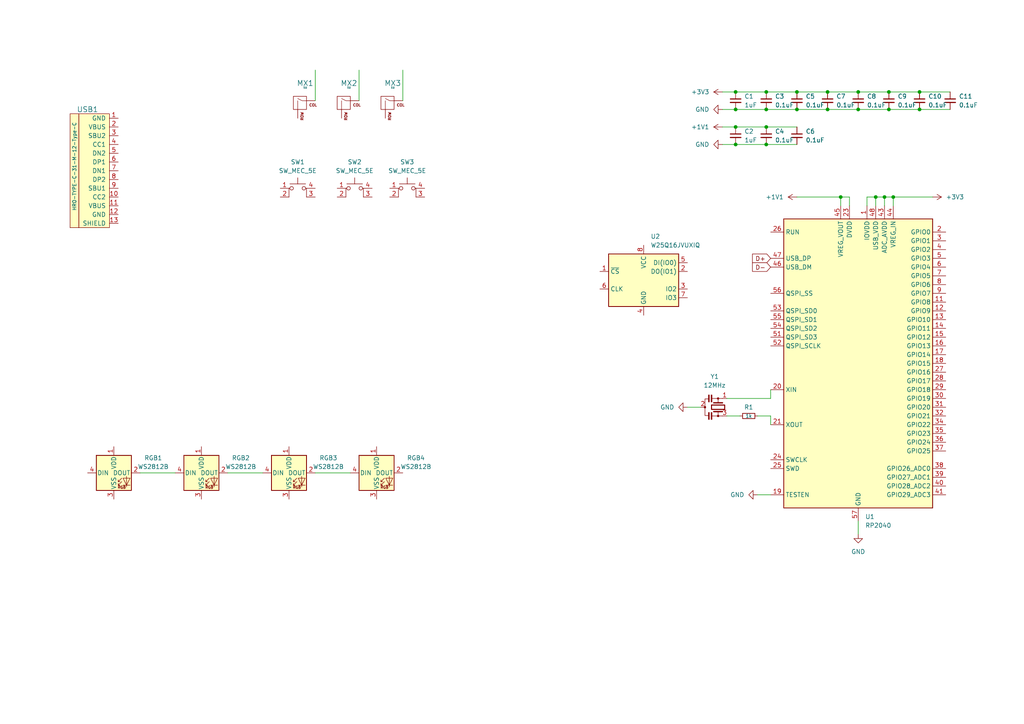
<source format=kicad_sch>
(kicad_sch (version 20211123) (generator eeschema)
  (paper "A4")
  (lib_symbols
    (symbol "Device:C_Small" (pin_numbers hide) (pin_names (offset 0.254) hide)
      (property "Reference" "C" (at 0.254 1.778 0))
      (property "Value" "C_Small" (at 0.254 -2.032 0))
      (symbol "C_Small_0_1"
        (polyline (pts (xy -1.524 -0.508) (xy 1.524 -0.508)) (stroke (width 0.3302)))
        (polyline (pts (xy -1.524 0.508) (xy 1.524 0.508)) (stroke (width 0.3048)))
      )
      (symbol "C_Small_1_1"
        (pin passive line (at 0 2.54 270) (length 2.032) (name "~") (number "1"))
        (pin passive line (at 0 -2.54 90) (length 2.032) (name "~") (number "2"))
      )
    )
    (symbol "Device:R_Small" (pin_numbers hide) (pin_names (offset 0.254) hide)
      (property "Reference" "R" (at 0.762 0.508 0))
      (property "Value" "R_Small" (at 0.762 -1.016 0))
      (symbol "R_Small_0_1"
        (rectangle (start -0.762 1.778) (end 0.762 -1.778) (stroke (width 0.2032)))
      )
      (symbol "R_Small_1_1"
        (pin passive line (at 0 2.54 270) (length 0.762) (name "~") (number "1"))
        (pin passive line (at 0 -2.54 90) (length 0.762) (name "~") (number "2"))
      )
    )
    (symbol "Device:Resonator_Small" (pin_names (offset 1.016) hide)
      (property "Reference" "Y" (at 3.175 1.905 0))
      (property "Value" "Resonator_Small" (at 3.175 0 0))
      (symbol "Resonator_Small_0_1"
        (rectangle (start -3.556 -2.54) (end -1.524 -2.794) (fill (type outline)))
        (rectangle (start -3.556 -1.778) (end -1.524 -2.032) (fill (type outline)))
        (circle (center -2.54 0) (radius 0.254) (fill (type outline)))
        (rectangle (start -0.635 1.905) (end 0.635 -1.905) (stroke (width 0.3048)))
        (circle (center 0 -3.81) (radius 0.254) (fill (type outline)))
        (polyline (pts (xy -2.54 -1.778) (xy -2.54 0)))
        (polyline (pts (xy -2.54 0) (xy -1.397 0)))
        (polyline (pts (xy -2.54 1.27) (xy -2.54 0)))
        (polyline (pts (xy -1.27 -1.27) (xy -1.27 1.27)) (stroke (width 0.381)))
        (polyline (pts (xy 1.27 -1.27) (xy 1.27 1.27)) (stroke (width 0.381)))
        (polyline (pts (xy 1.27 0) (xy 2.54 0)))
        (polyline (pts (xy 2.54 0) (xy 2.54 -1.778)))
        (polyline (pts (xy 2.54 1.27) (xy 2.54 0)))
        (polyline (pts (xy 2.413 -2.794) (xy 2.413 -3.81) (xy -2.413 -3.81) (xy -2.413 -2.667)))
        (rectangle (start 1.524 -2.54) (end 3.556 -2.794) (fill (type outline)))
        (rectangle (start 1.524 -1.778) (end 3.556 -2.032) (fill (type outline)))
        (circle (center 2.54 0) (radius 0.254) (fill (type outline)))
      )
      (symbol "Resonator_Small_1_1"
        (pin passive line (at -2.54 2.54 270) (length 1.27) (name "1") (number "1"))
        (pin passive line (at 0 -5.08 90) (length 1.27) (name "2") (number "2"))
        (pin passive line (at 2.54 2.54 270) (length 1.27) (name "3") (number "3"))
      )
    )
    (symbol "LED:WS2812B" (pin_names (offset 0.254))
      (property "Reference" "D" (at 5.08 5.715 0))
      (property "Value" "WS2812B" (at 1.27 -5.715 0))
      (symbol "WS2812B_0_0"
        (text "RGB" (at 2.286 -4.191 0) (effects (font (size 0.762 0.762))))
      )
      (symbol "WS2812B_0_1"
        (polyline (pts (xy 1.27 -3.556) (xy 1.778 -3.556)))
        (polyline (pts (xy 1.27 -2.54) (xy 1.778 -2.54)))
        (polyline (pts (xy 4.699 -3.556) (xy 2.667 -3.556)))
        (polyline (pts (xy 2.286 -2.54) (xy 1.27 -3.556) (xy 1.27 -3.048)))
        (polyline (pts (xy 2.286 -1.524) (xy 1.27 -2.54) (xy 1.27 -2.032)))
        (polyline (pts (xy 3.683 -1.016) (xy 3.683 -3.556) (xy 3.683 -4.064)))
        (polyline (pts (xy 4.699 -1.524) (xy 2.667 -1.524) (xy 3.683 -3.556) (xy 4.699 -1.524)))
        (rectangle (start 5.08 5.08) (end -5.08 -5.08) (stroke (width 0.254)) (fill (type background)))
      )
      (symbol "WS2812B_1_1"
        (pin power_in line (at 0 7.62 270) (length 2.54) (name "VDD") (number "1"))
        (pin output line (at 7.62 0 180) (length 2.54) (name "DOUT") (number "2"))
        (pin power_in line (at 0 -7.62 90) (length 2.54) (name "VSS") (number "3"))
        (pin input line (at -7.62 0 0) (length 2.54) (name "DIN") (number "4"))
      )
    )
    (symbol "MCU_RaspberryPi:RP2040"
      (property "Reference" "U" (at 17.78 45.72 0))
      (property "Value" "RP2040" (at 17.78 43.18 0))
      (symbol "RP2040_0_1"
        (rectangle (start -21.59 41.91) (end 21.59 -41.91) (stroke (width 0.254)) (fill (type background)))
      )
      (symbol "RP2040_1_1"
        (pin power_in line (at 2.54 45.72 270) (length 3.81) (name "IOVDD") (number "1"))
        (pin passive line (at 2.54 45.72 270) (length 3.81) hide (name "IOVDD") (number "10"))
        (pin bidirectional line (at 25.4 17.78 180) (length 3.81) (name "GPIO8") (number "11"))
        (pin bidirectional line (at 25.4 15.24 180) (length 3.81) (name "GPIO9") (number "12"))
        (pin bidirectional line (at 25.4 12.7 180) (length 3.81) (name "GPIO10") (number "13"))
        (pin bidirectional line (at 25.4 10.16 180) (length 3.81) (name "GPIO11") (number "14"))
        (pin bidirectional line (at 25.4 7.62 180) (length 3.81) (name "GPIO12") (number "15"))
        (pin bidirectional line (at 25.4 5.08 180) (length 3.81) (name "GPIO13") (number "16"))
        (pin bidirectional line (at 25.4 2.54 180) (length 3.81) (name "GPIO14") (number "17"))
        (pin bidirectional line (at 25.4 0 180) (length 3.81) (name "GPIO15") (number "18"))
        (pin input line (at -25.4 -38.1 0) (length 3.81) (name "TESTEN") (number "19"))
        (pin bidirectional line (at 25.4 38.1 180) (length 3.81) (name "GPIO0") (number "2"))
        (pin input line (at -25.4 -7.62 0) (length 3.81) (name "XIN") (number "20"))
        (pin passive line (at -25.4 -17.78 0) (length 3.81) (name "XOUT") (number "21"))
        (pin passive line (at 2.54 45.72 270) (length 3.81) hide (name "IOVDD") (number "22"))
        (pin power_in line (at -2.54 45.72 270) (length 3.81) (name "DVDD") (number "23"))
        (pin output line (at -25.4 -27.94 0) (length 3.81) (name "SWCLK") (number "24"))
        (pin bidirectional line (at -25.4 -30.48 0) (length 3.81) (name "SWD") (number "25"))
        (pin input line (at -25.4 38.1 0) (length 3.81) (name "RUN") (number "26"))
        (pin bidirectional line (at 25.4 -2.54 180) (length 3.81) (name "GPIO16") (number "27"))
        (pin bidirectional line (at 25.4 -5.08 180) (length 3.81) (name "GPIO17") (number "28"))
        (pin bidirectional line (at 25.4 -7.62 180) (length 3.81) (name "GPIO18") (number "29"))
        (pin bidirectional line (at 25.4 35.56 180) (length 3.81) (name "GPIO1") (number "3"))
        (pin bidirectional line (at 25.4 -10.16 180) (length 3.81) (name "GPIO19") (number "30"))
        (pin bidirectional line (at 25.4 -12.7 180) (length 3.81) (name "GPIO20") (number "31"))
        (pin bidirectional line (at 25.4 -15.24 180) (length 3.81) (name "GPIO21") (number "32"))
        (pin passive line (at 2.54 45.72 270) (length 3.81) hide (name "IOVDD") (number "33"))
        (pin bidirectional line (at 25.4 -17.78 180) (length 3.81) (name "GPIO22") (number "34"))
        (pin bidirectional line (at 25.4 -20.32 180) (length 3.81) (name "GPIO23") (number "35"))
        (pin bidirectional line (at 25.4 -22.86 180) (length 3.81) (name "GPIO24") (number "36"))
        (pin bidirectional line (at 25.4 -25.4 180) (length 3.81) (name "GPIO25") (number "37"))
        (pin bidirectional line (at 25.4 -30.48 180) (length 3.81) (name "GPIO26_ADC0") (number "38"))
        (pin bidirectional line (at 25.4 -33.02 180) (length 3.81) (name "GPIO27_ADC1") (number "39"))
        (pin bidirectional line (at 25.4 33.02 180) (length 3.81) (name "GPIO2") (number "4"))
        (pin bidirectional line (at 25.4 -35.56 180) (length 3.81) (name "GPIO28_ADC2") (number "40"))
        (pin bidirectional line (at 25.4 -38.1 180) (length 3.81) (name "GPIO29_ADC3") (number "41"))
        (pin passive line (at 2.54 45.72 270) (length 3.81) hide (name "IOVDD") (number "42"))
        (pin power_in line (at 7.62 45.72 270) (length 3.81) (name "ADC_AVDD") (number "43"))
        (pin power_in line (at 10.16 45.72 270) (length 3.81) (name "VREG_IN") (number "44"))
        (pin power_out line (at -5.08 45.72 270) (length 3.81) (name "VREG_VOUT") (number "45"))
        (pin bidirectional line (at -25.4 27.94 0) (length 3.81) (name "USB_DM") (number "46"))
        (pin bidirectional line (at -25.4 30.48 0) (length 3.81) (name "USB_DP") (number "47"))
        (pin power_in line (at 5.08 45.72 270) (length 3.81) (name "USB_VDD") (number "48"))
        (pin passive line (at 2.54 45.72 270) (length 3.81) hide (name "IOVDD") (number "49"))
        (pin bidirectional line (at 25.4 30.48 180) (length 3.81) (name "GPIO3") (number "5"))
        (pin passive line (at -2.54 45.72 270) (length 3.81) hide (name "DVDD") (number "50"))
        (pin bidirectional line (at -25.4 7.62 0) (length 3.81) (name "QSPI_SD3") (number "51"))
        (pin output line (at -25.4 5.08 0) (length 3.81) (name "QSPI_SCLK") (number "52"))
        (pin bidirectional line (at -25.4 15.24 0) (length 3.81) (name "QSPI_SD0") (number "53"))
        (pin bidirectional line (at -25.4 10.16 0) (length 3.81) (name "QSPI_SD2") (number "54"))
        (pin bidirectional line (at -25.4 12.7 0) (length 3.81) (name "QSPI_SD1") (number "55"))
        (pin bidirectional line (at -25.4 20.32 0) (length 3.81) (name "QSPI_SS") (number "56"))
        (pin power_in line (at 0 -45.72 90) (length 3.81) (name "GND") (number "57"))
        (pin bidirectional line (at 25.4 27.94 180) (length 3.81) (name "GPIO4") (number "6"))
        (pin bidirectional line (at 25.4 25.4 180) (length 3.81) (name "GPIO5") (number "7"))
        (pin bidirectional line (at 25.4 22.86 180) (length 3.81) (name "GPIO6") (number "8"))
        (pin bidirectional line (at 25.4 20.32 180) (length 3.81) (name "GPIO7") (number "9"))
      )
    )
    (symbol "Memory_Flash:W25Q32JVSS"
      (property "Reference" "U" (at -8.89 8.89 0))
      (property "Value" "W25Q32JVSS" (at 7.62 8.89 0))
      (symbol "W25Q32JVSS_0_1"
        (rectangle (start -10.16 7.62) (end 10.16 -7.62) (stroke (width 0.254)) (fill (type background)))
      )
      (symbol "W25Q32JVSS_1_1"
        (pin input line (at -12.7 2.54 0) (length 2.54) (name "~{CS}") (number "1"))
        (pin bidirectional line (at 12.7 2.54 180) (length 2.54) (name "DO(IO1)") (number "2"))
        (pin bidirectional line (at 12.7 -2.54 180) (length 2.54) (name "IO2") (number "3"))
        (pin power_in line (at 0 -10.16 90) (length 2.54) (name "GND") (number "4"))
        (pin bidirectional line (at 12.7 5.08 180) (length 2.54) (name "DI(IO0)") (number "5"))
        (pin input line (at -12.7 -2.54 0) (length 2.54) (name "CLK") (number "6"))
        (pin bidirectional line (at 12.7 -5.08 180) (length 2.54) (name "IO3") (number "7"))
        (pin power_in line (at 0 10.16 270) (length 2.54) (name "VCC") (number "8"))
      )
    )
    (symbol "Switch:SW_MEC_5E" (pin_names (offset 1.016) hide)
      (property "Reference" "SW" (at 0.635 5.715 0))
      (property "Value" "SW_MEC_5E" (at 0 -3.175 0))
      (symbol "SW_MEC_5E_0_1"
        (circle (center -1.778 2.54) (radius 0.508))
        (polyline (pts (xy -2.286 3.81) (xy 2.286 3.81)))
        (polyline (pts (xy 0 3.81) (xy 0 5.588)))
        (polyline (pts (xy -2.54 0) (xy -2.54 2.54) (xy -2.286 2.54)))
        (polyline (pts (xy 2.54 0) (xy 2.54 2.54) (xy 2.286 2.54)))
        (circle (center 1.778 2.54) (radius 0.508))
        (pin passive line (at -5.08 2.54 0) (length 2.54) (name "1") (number "1"))
        (pin passive line (at -5.08 0 0) (length 2.54) (name "2") (number "2"))
        (pin passive line (at 5.08 0 180) (length 2.54) (name "K") (number "3"))
        (pin passive line (at 5.08 2.54 180) (length 2.54) (name "A") (number "4"))
      )
    )
    (symbol "power:+1V1" (power) (pin_names (offset 0))
      (property "Value" "+1V1" (at 0 3.556 0))
      (symbol "+1V1_0_1"
        (polyline (pts (xy -0.762 1.27) (xy 0 2.54)))
        (polyline (pts (xy 0 0) (xy 0 2.54)))
        (polyline (pts (xy 0 2.54) (xy 0.762 1.27)))
      )
      (symbol "+1V1_1_1"
        (pin power_in line (at 0 0 90) (length 0) hide (name "+1V1") (number "1"))
      )
    )
    (symbol "power:+3V3" (power) (pin_names (offset 0))
      (property "Value" "+3V3" (at 0 3.556 0))
      (symbol "+3V3_0_1"
        (polyline (pts (xy -0.762 1.27) (xy 0 2.54)))
        (polyline (pts (xy 0 0) (xy 0 2.54)))
        (polyline (pts (xy 0 2.54) (xy 0.762 1.27)))
      )
      (symbol "+3V3_1_1"
        (pin power_in line (at 0 0 90) (length 0) hide (name "+3V3") (number "1"))
      )
    )
    (symbol "power:GND" (power) (pin_names (offset 0))
      (property "Value" "GND" (at 0 -3.81 0))
      (symbol "GND_0_1"
        (polyline (pts (xy 0 0) (xy 0 -1.27) (xy 1.27 -1.27) (xy 0 -2.54) (xy -1.27 -1.27) (xy 0 -1.27)))
      )
      (symbol "GND_1_1"
        (pin power_in line (at 0 0 270) (length 0) hide (name "GND") (number "1"))
      )
    )
    (symbol "random-keyboard-parts:HRO-TYPE-C-31-M-12-Type-C" (pin_names (offset 1.016))
      (property "Reference" "USB" (at -5.08 16.51 0))
      (property "Value" "HRO-TYPE-C-31-M-12-Type-C" (at -10.16 -1.27 90))
      (symbol "HRO-TYPE-C-31-M-12-Type-C_0_1"
        (rectangle (start -11.43 15.24) (end -8.89 -17.78) (fill (type background)))
        (rectangle (start 0 -17.78) (end -8.89 15.24) (fill (type background)))
      )
      (symbol "HRO-TYPE-C-31-M-12-Type-C_1_1"
        (pin input line (at 2.54 13.97 180) (length 2.54) (name "GND") (number "1"))
        (pin input line (at 2.54 -8.89 180) (length 2.54) (name "CC2") (number "10"))
        (pin input line (at 2.54 -11.43 180) (length 2.54) (name "VBUS") (number "11"))
        (pin input line (at 2.54 -13.97 180) (length 2.54) (name "GND") (number "12"))
        (pin input line (at 2.54 -16.51 180) (length 2.54) (name "SHIELD") (number "13"))
        (pin input line (at 2.54 11.43 180) (length 2.54) (name "VBUS") (number "2"))
        (pin input line (at 2.54 8.89 180) (length 2.54) (name "SBU2") (number "3"))
        (pin input line (at 2.54 6.35 180) (length 2.54) (name "CC1") (number "4"))
        (pin input line (at 2.54 3.81 180) (length 2.54) (name "DN2") (number "5"))
        (pin input line (at 2.54 1.27 180) (length 2.54) (name "DP1") (number "6"))
        (pin input line (at 2.54 -1.27 180) (length 2.54) (name "DN1") (number "7"))
        (pin input line (at 2.54 -3.81 180) (length 2.54) (name "DP2") (number "8"))
        (pin input line (at 2.54 -6.35 180) (length 2.54) (name "SBU1") (number "9"))
      )
    )
    (symbol "random-keyboard-parts:MX-NoLED-MX_Alps_Hybrid" (pin_names (offset 1.016))
      (property "Reference" "MX" (at -0.635 3.81 0))
      (property "Value" "MX-NoLED-MX_Alps_Hybrid" (at -0.635 1.27 0))
      (symbol "MX-NoLED-MX_Alps_Hybrid_0_0"
        (rectangle (start -2.54 2.54) (end 1.27 -1.27))
        (polyline (pts (xy -1.27 -1.27) (xy -1.27 1.27)) (stroke (width 0.127)))
        (polyline (pts (xy 1.27 1.27) (xy 0 1.27) (xy -1.27 1.905)) (stroke (width 0.127)))
        (text "COL" (at 3.175 0 0) (effects (font (size 0.762 0.762))))
        (text "ROW" (at 0 -1.905 900) (effects (font (size 0.762 0.762)) (justify right)))
      )
      (symbol "MX-NoLED-MX_Alps_Hybrid_1_1"
        (pin passive line (at 3.81 1.27 180) (length 2.54) (name "COL") (number "1"))
        (pin passive line (at -1.27 -3.81 90) (length 2.54) (name "ROW") (number "2"))
      )
    )
  )
  (junction (at 222.25 36.83))
  (junction (at 266.7 26.67))
  (junction (at 248.92 26.67))
  (junction (at 222.25 31.75))
  (junction (at 256.54 57.15))
  (junction (at 231.14 26.67))
  (junction (at 240.03 31.75))
  (junction (at 257.81 26.67))
  (junction (at 231.14 31.75))
  (junction (at 259.08 57.15))
  (junction (at 243.84 57.15))
  (junction (at 213.36 36.83))
  (junction (at 257.81 31.75))
  (junction (at 213.36 41.91))
  (junction (at 213.36 31.75))
  (junction (at 222.25 41.91))
  (junction (at 266.7 31.75))
  (junction (at 213.36 26.67))
  (junction (at 254 57.15))
  (junction (at 222.25 26.67))
  (junction (at 240.03 26.67))
  (junction (at 248.92 31.75))
  (wire (pts (xy 223.52 115.57) (xy 223.52 113.03)))
  (wire (pts (xy 248.92 31.75) (xy 257.81 31.75)))
  (wire (pts (xy 259.08 57.15) (xy 270.51 57.15)))
  (wire (pts (xy 40.64 137.16) (xy 50.8 137.16)))
  (wire (pts (xy 254 57.15) (xy 254 59.69)))
  (wire (pts (xy 266.7 31.75) (xy 275.59 31.75)))
  (wire (pts (xy 91.44 20.32) (xy 91.44 29.21)))
  (wire (pts (xy 222.25 36.83) (xy 231.14 36.83)))
  (wire (pts (xy 243.84 57.15) (xy 246.38 57.15)))
  (wire (pts (xy 256.54 57.15) (xy 256.54 59.69)))
  (wire (pts (xy 213.36 36.83) (xy 222.25 36.83)))
  (wire (pts (xy 116.84 20.32) (xy 116.84 29.21)))
  (wire (pts (xy 222.25 26.67) (xy 213.36 26.67)))
  (wire (pts (xy 251.46 59.69) (xy 251.46 57.15)))
  (wire (pts (xy 251.46 57.15) (xy 254 57.15)))
  (wire (pts (xy 213.36 41.91) (xy 222.25 41.91)))
  (wire (pts (xy 240.03 26.67) (xy 231.14 26.67)))
  (wire (pts (xy 104.14 20.32) (xy 104.14 29.21)))
  (wire (pts (xy 223.52 120.65) (xy 223.52 123.19)))
  (wire (pts (xy 266.7 26.67) (xy 257.81 26.67)))
  (wire (pts (xy 231.14 57.15) (xy 243.84 57.15)))
  (wire (pts (xy 219.71 120.65) (xy 223.52 120.65)))
  (wire (pts (xy 231.14 31.75) (xy 240.03 31.75)))
  (wire (pts (xy 91.44 137.16) (xy 101.6 137.16)))
  (wire (pts (xy 257.81 26.67) (xy 248.92 26.67)))
  (wire (pts (xy 209.55 41.91) (xy 213.36 41.91)))
  (wire (pts (xy 219.71 143.51) (xy 223.52 143.51)))
  (wire (pts (xy 213.36 31.75) (xy 222.25 31.75)))
  (wire (pts (xy 275.59 26.67) (xy 266.7 26.67)))
  (wire (pts (xy 209.55 36.83) (xy 213.36 36.83)))
  (wire (pts (xy 246.38 59.69) (xy 246.38 57.15)))
  (wire (pts (xy 213.36 26.67) (xy 209.55 26.67)))
  (wire (pts (xy 240.03 31.75) (xy 248.92 31.75)))
  (wire (pts (xy 248.92 151.13) (xy 248.92 154.94)))
  (wire (pts (xy 256.54 57.15) (xy 259.08 57.15)))
  (wire (pts (xy 259.08 57.15) (xy 259.08 59.69)))
  (wire (pts (xy 210.82 115.57) (xy 223.52 115.57)))
  (wire (pts (xy 199.39 118.11) (xy 203.2 118.11)))
  (wire (pts (xy 254 57.15) (xy 256.54 57.15)))
  (wire (pts (xy 248.92 26.67) (xy 240.03 26.67)))
  (wire (pts (xy 209.55 31.75) (xy 213.36 31.75)))
  (wire (pts (xy 210.82 120.65) (xy 214.63 120.65)))
  (wire (pts (xy 66.04 137.16) (xy 76.2 137.16)))
  (wire (pts (xy 257.81 31.75) (xy 266.7 31.75)))
  (wire (pts (xy 222.25 31.75) (xy 231.14 31.75)))
  (wire (pts (xy 243.84 57.15) (xy 243.84 59.69)))
  (wire (pts (xy 222.25 41.91) (xy 231.14 41.91)))
  (wire (pts (xy 231.14 26.67) (xy 222.25 26.67)))
  (global_label "D+" (shape input) (at 223.52 74.93 180) (property "Intersheet References" "${INTERSHEET_REFS}" (effects hide)))
  (global_label "D-" (shape input) (at 223.52 77.47 180) (property "Intersheet References" "${INTERSHEET_REFS}" (effects hide)))
  (symbol (lib_id "Memory_Flash:W25Q32JVSS") (at 186.69 81.28 0) (unit 1)
    (property "Reference" "U2" (at 188.7094 68.58 0) (effects (justify left)))
    (property "Value" "W25Q16JVUXIQ" (at 188.7094 71.12 0) (effects (justify left)))
    (property "Footprint" "Package_SON:SON-8-1EP_3x2mm_P0.5mm_EP1.4x1.6mm" (effects hide))
    (property "Datasheet" "http://www.winbond.com/resource-files/w25q32jv%20revg%2003272018%20plus.pdf" (effects hide))
  )
  (symbol (lib_id "LED:WS2812B") (at 83.82 137.16 0) (unit 1)
    (property "Reference" "RGB3" (at 95.25 132.8293 0))
    (property "Value" "WS2812B" (at 95.25 135.3693 0))
    (property "Footprint" "LED_SMD:LED_WS2812B_PLCC4_5.0x5.0mm_P3.2mm" (effects hide))
    (property "Datasheet" "https://cdn-shop.adafruit.com/datasheets/WS2812B.pdf" (effects hide))
  )
  (symbol (lib_id "LED:WS2812B") (at 33.02 137.16 0) (unit 1)
    (property "Reference" "RGB1" (at 44.45 132.8293 0))
    (property "Value" "WS2812B" (at 44.45 135.3693 0))
    (property "Footprint" "LED_SMD:LED_WS2812B_PLCC4_5.0x5.0mm_P3.2mm" (effects hide))
    (property "Datasheet" "https://cdn-shop.adafruit.com/datasheets/WS2812B.pdf" (effects hide))
  )
  (symbol (lib_id "random-keyboard-parts:HRO-TYPE-C-31-M-12-Type-C") (at 31.75 48.26 0) (unit 1)
    (property "Reference" "USB1" (at 25.4 31.75 0) (effects (font (size 1.524 1.524))))
    (property "Value" "HRO-TYPE-C-31-M-12-Type-C" (at 21.59 48.26 90) (effects (font (size 1 1))))
    (property "Footprint" "sanproject-keyboard-part-v6:HRO-TYPE-C-31-M-12-Assembly" (effects hide))
  )
  (symbol (lib_id "random-keyboard-parts:MX-NoLED-MX_Alps_Hybrid") (at 113.03 30.48 0) (unit 1)
    (property "Reference" "MX3" (at 113.9156 24.13 0) (effects (font (size 1.524 1.524))))
    (property "Value" "1U" (at 113.9156 25.4 0) (effects (font (size 0.508 0.508))))
    (property "Footprint" "MX_Only_v4:MXOnly-1U-Hotswap-Sawns" (effects hide))
  )
  (symbol (lib_id "Device:C_Small") (at 222.25 29.21 0) (unit 1)
    (property "Reference" "C3" (at 224.79 27.9462 0) (effects (justify left)))
    (property "Value" "0.1uF" (at 224.79 30.4862 0) (effects (justify left)))
    (property "Footprint" "sanproject-keyboard-part-v6:C_0402" (effects hide))
  )
  (symbol (lib_id "power:+3V3") (at 209.55 26.67 90) (unit 1)
    (property "Reference" "#PWR0106" (effects hide))
    (property "Value" "+3V3" (at 205.74 26.6699 90) (effects (justify left)))
  )
  (symbol (lib_id "Device:C_Small") (at 248.92 29.21 0) (unit 1)
    (property "Reference" "C8" (at 251.46 27.9462 0) (effects (justify left)))
    (property "Value" "0.1uF" (at 251.46 30.4862 0) (effects (justify left)))
    (property "Footprint" "sanproject-keyboard-part-v6:C_0402" (effects hide))
  )
  (symbol (lib_id "random-keyboard-parts:MX-NoLED-MX_Alps_Hybrid") (at 87.63 30.48 0) (unit 1)
    (property "Reference" "MX1" (at 88.5156 24.13 0) (effects (font (size 1.524 1.524))))
    (property "Value" "1U" (at 88.5156 25.4 0) (effects (font (size 0.508 0.508))))
    (property "Footprint" "MX_Only_v4:MXOnly-1U-Hotswap-Sawns" (effects hide))
  )
  (symbol (lib_id "power:+3V3") (at 270.51 57.15 270) (unit 1)
    (property "Reference" "#PWR0101" (effects hide))
    (property "Value" "+3V3" (at 274.32 57.1499 90) (effects (justify left)))
  )
  (symbol (lib_id "power:GND") (at 209.55 31.75 270) (unit 1)
    (property "Reference" "#PWR0107" (effects hide))
    (property "Value" "GND" (at 205.74 31.7499 90) (effects (justify right)))
  )
  (symbol (lib_id "Device:Resonator_Small") (at 208.28 118.11 270) (unit 1)
    (property "Reference" "Y1" (at 207.2767 109.22 90))
    (property "Value" "12MHz" (at 207.2767 111.76 90))
    (property "Footprint" "Crystal:Resonator_SMD_Murata_CSTxExxV-3Pin_3.0x1.1mm" (effects hide))
  )
  (symbol (lib_id "Switch:SW_MEC_5E") (at 86.36 57.15 0) (unit 1)
    (property "Reference" "SW1" (at 86.36 46.99 0))
    (property "Value" "SW_MEC_5E" (at 86.36 49.53 0))
    (property "Footprint" "sanproject-keyboard-part-v6:PushButton_6x6mm_TH" (effects hide))
    (property "Datasheet" "http://www.apem.com/int/index.php?controller=attachment&id_attachment=1371" (effects hide))
  )
  (symbol (lib_id "power:GND") (at 248.92 154.94 0) (unit 1)
    (property "Reference" "#PWR0102" (effects hide))
    (property "Value" "GND" (at 248.92 160.02 0))
  )
  (symbol (lib_id "Device:C_Small") (at 222.25 39.37 0) (unit 1)
    (property "Reference" "C4" (at 224.79 38.1062 0) (effects (justify left)))
    (property "Value" "0.1uF" (at 224.79 40.6462 0) (effects (justify left)))
    (property "Footprint" "sanproject-keyboard-part-v6:C_0402" (effects hide))
  )
  (symbol (lib_id "Device:C_Small") (at 266.7 29.21 0) (unit 1)
    (property "Reference" "C10" (at 269.24 27.9462 0) (effects (justify left)))
    (property "Value" "0.1uF" (at 269.24 30.4862 0) (effects (justify left)))
    (property "Footprint" "sanproject-keyboard-part-v6:C_0402" (effects hide))
  )
  (symbol (lib_id "power:GND") (at 219.71 143.51 270) (unit 1)
    (property "Reference" "#PWR0103" (effects hide))
    (property "Value" "GND" (at 215.9 143.5099 90) (effects (justify right)))
  )
  (symbol (lib_id "power:GND") (at 209.55 41.91 270) (unit 1)
    (property "Reference" "#PWR0108" (effects hide))
    (property "Value" "GND" (at 205.74 41.9099 90) (effects (justify right)))
  )
  (symbol (lib_id "Device:C_Small") (at 213.36 29.21 0) (unit 1)
    (property "Reference" "C1" (at 215.9 27.9462 0) (effects (justify left)))
    (property "Value" "1uF" (at 215.9 30.4862 0) (effects (justify left)))
    (property "Footprint" "sanproject-keyboard-part-v6:C_0402" (effects hide))
  )
  (symbol (lib_id "power:+1V1") (at 231.14 57.15 90) (unit 1)
    (property "Reference" "#PWR0104" (effects hide))
    (property "Value" "+1V1" (at 227.33 57.1499 90) (effects (justify left)))
  )
  (symbol (lib_id "power:+1V1") (at 209.55 36.83 90) (unit 1)
    (property "Reference" "#PWR0105" (effects hide))
    (property "Value" "+1V1" (at 205.74 36.8299 90) (effects (justify left)))
  )
  (symbol (lib_id "random-keyboard-parts:MX-NoLED-MX_Alps_Hybrid") (at 100.33 30.48 0) (unit 1)
    (property "Reference" "MX2" (at 101.2156 24.13 0) (effects (font (size 1.524 1.524))))
    (property "Value" "1U" (at 101.2156 25.4 0) (effects (font (size 0.508 0.508))))
    (property "Footprint" "MX_Only_v4:MXOnly-1U-Hotswap-Sawns" (effects hide))
  )
  (symbol (lib_id "LED:WS2812B") (at 58.42 137.16 0) (unit 1)
    (property "Reference" "RGB2" (at 69.85 132.8293 0))
    (property "Value" "WS2812B" (at 69.85 135.3693 0))
    (property "Footprint" "LED_SMD:LED_WS2812B_PLCC4_5.0x5.0mm_P3.2mm" (effects hide))
    (property "Datasheet" "https://cdn-shop.adafruit.com/datasheets/WS2812B.pdf" (effects hide))
  )
  (symbol (lib_id "Switch:SW_MEC_5E") (at 118.11 57.15 0) (unit 1)
    (property "Reference" "SW3" (at 118.11 46.99 0))
    (property "Value" "SW_MEC_5E" (at 118.11 49.53 0))
    (property "Footprint" "sanproject-keyboard-part-v6:PushButton_6x6mm_TH" (effects hide))
    (property "Datasheet" "http://www.apem.com/int/index.php?controller=attachment&id_attachment=1371" (effects hide))
  )
  (symbol (lib_id "power:GND") (at 199.39 118.11 270) (unit 1)
    (property "Reference" "#PWR0109" (effects hide))
    (property "Value" "GND" (at 195.58 118.1099 90) (effects (justify right)))
  )
  (symbol (lib_id "Device:C_Small") (at 240.03 29.21 0) (unit 1)
    (property "Reference" "C7" (at 242.57 27.9462 0) (effects (justify left)))
    (property "Value" "0.1uF" (at 242.57 30.4862 0) (effects (justify left)))
    (property "Footprint" "sanproject-keyboard-part-v6:C_0402" (effects hide))
  )
  (symbol (lib_id "Device:C_Small") (at 231.14 39.37 0) (unit 1)
    (property "Reference" "C6" (at 233.68 38.1062 0) (effects (justify left)))
    (property "Value" "0.1uF" (at 233.68 40.6462 0) (effects (justify left)))
    (property "Footprint" "sanproject-keyboard-part-v6:C_0402" (effects hide))
  )
  (symbol (lib_id "MCU_RaspberryPi:RP2040") (at 248.92 105.41 0) (unit 1)
    (property "Reference" "U1" (at 250.9394 149.86 0) (effects (justify left)))
    (property "Value" "RP2040" (at 250.9394 152.4 0) (effects (justify left)))
    (property "Footprint" "Package_DFN_QFN:QFN-56-1EP_7x7mm_P0.4mm_EP3.2x3.2mm" (effects hide))
    (property "Datasheet" "https://datasheets.raspberrypi.com/rp2040/rp2040-datasheet.pdf" (effects hide))
  )
  (symbol (lib_id "Device:R_Small") (at 217.17 120.65 90) (unit 1)
    (property "Reference" "R1" (at 217.17 118.11 90))
    (property "Value" "1k" (at 217.17 120.65 90) (effects (font (size 1 1))))
    (property "Footprint" "sanproject-keyboard-part-v6:R_0402" (effects hide))
  )
  (symbol (lib_id "Device:C_Small") (at 275.59 29.21 0) (unit 1)
    (property "Reference" "C11" (at 278.13 27.9462 0) (effects (justify left)))
    (property "Value" "0.1uF" (at 278.13 30.4862 0) (effects (justify left)))
    (property "Footprint" "sanproject-keyboard-part-v6:C_0402" (effects hide))
  )
  (symbol (lib_id "Switch:SW_MEC_5E") (at 102.87 57.15 0) (unit 1)
    (property "Reference" "SW2" (at 102.87 46.99 0))
    (property "Value" "SW_MEC_5E" (at 102.87 49.53 0))
    (property "Footprint" "sanproject-keyboard-part-v6:PushButton_6x6mm_TH" (effects hide))
    (property "Datasheet" "http://www.apem.com/int/index.php?controller=attachment&id_attachment=1371" (effects hide))
  )
  (symbol (lib_id "Device:C_Small") (at 257.81 29.21 0) (unit 1)
    (property "Reference" "C9" (at 260.35 27.9462 0) (effects (justify left)))
    (property "Value" "0.1uF" (at 260.35 30.4862 0) (effects (justify left)))
    (property "Footprint" "sanproject-keyboard-part-v6:C_0402" (effects hide))
  )
  (symbol (lib_id "LED:WS2812B") (at 109.22 137.16 0) (unit 1)
    (property "Reference" "RGB4" (at 120.65 132.8293 0))
    (property "Value" "WS2812B" (at 120.65 135.3693 0))
    (property "Footprint" "LED_SMD:LED_WS2812B_PLCC4_5.0x5.0mm_P3.2mm" (effects hide))
    (property "Datasheet" "https://cdn-shop.adafruit.com/datasheets/WS2812B.pdf" (effects hide))
  )
  (symbol (lib_id "Device:C_Small") (at 231.14 29.21 0) (unit 1)
    (property "Reference" "C5" (at 233.68 27.9462 0) (effects (justify left)))
    (property "Value" "0.1uF" (at 233.68 30.4862 0) (effects (justify left)))
    (property "Footprint" "sanproject-keyboard-part-v6:C_0402" (effects hide))
  )
  (symbol (lib_id "Device:C_Small") (at 213.36 39.37 0) (unit 1)
    (property "Reference" "C2" (at 215.9 38.1062 0) (effects (justify left)))
    (property "Value" "1uF" (at 215.9 40.6462 0) (effects (justify left)))
    (property "Footprint" "sanproject-keyboard-part-v6:C_0402" (effects hide))
  )
)
</source>
